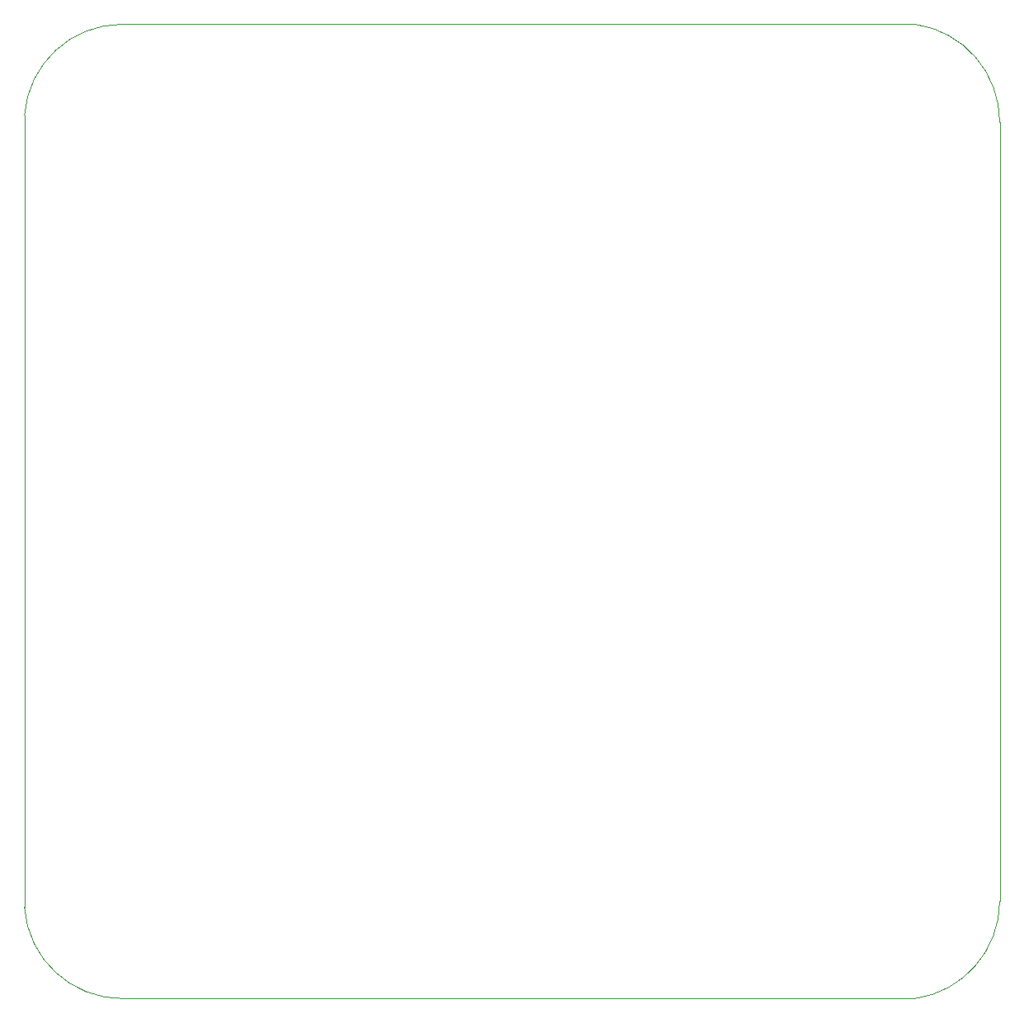
<source format=gbr>
%TF.GenerationSoftware,KiCad,Pcbnew,9.0.1*%
%TF.CreationDate,2025-07-09T12:24:19-07:00*%
%TF.ProjectId,peripheral_board_v1a,70657269-7068-4657-9261-6c5f626f6172,rev?*%
%TF.SameCoordinates,Original*%
%TF.FileFunction,Profile,NP*%
%FSLAX46Y46*%
G04 Gerber Fmt 4.6, Leading zero omitted, Abs format (unit mm)*
G04 Created by KiCad (PCBNEW 9.0.1) date 2025-07-09 12:24:19*
%MOMM*%
%LPD*%
G01*
G04 APERTURE LIST*
%TA.AperFunction,Profile*%
%ADD10C,0.010000*%
%TD*%
G04 APERTURE END LIST*
D10*
X106960192Y-42166069D02*
X188338591Y-42167208D01*
X188338592Y-42167208D02*
G75*
G02*
X197035229Y-52241069I-1428392J-10023892D01*
G01*
X197035192Y-132216069D02*
G75*
G02*
X188334414Y-142240403I-10125002J-1D01*
G01*
X96883420Y-132861138D02*
X96886294Y-51515891D01*
X107060192Y-142241069D02*
G75*
G02*
X96883456Y-132861135I-124992J10074969D01*
G01*
X188334414Y-142240400D02*
X107060192Y-142241068D01*
X96886293Y-51515891D02*
G75*
G02*
X106960192Y-42166062I10048907J-725179D01*
G01*
X197035192Y-52241069D02*
X197035192Y-132216069D01*
M02*

</source>
